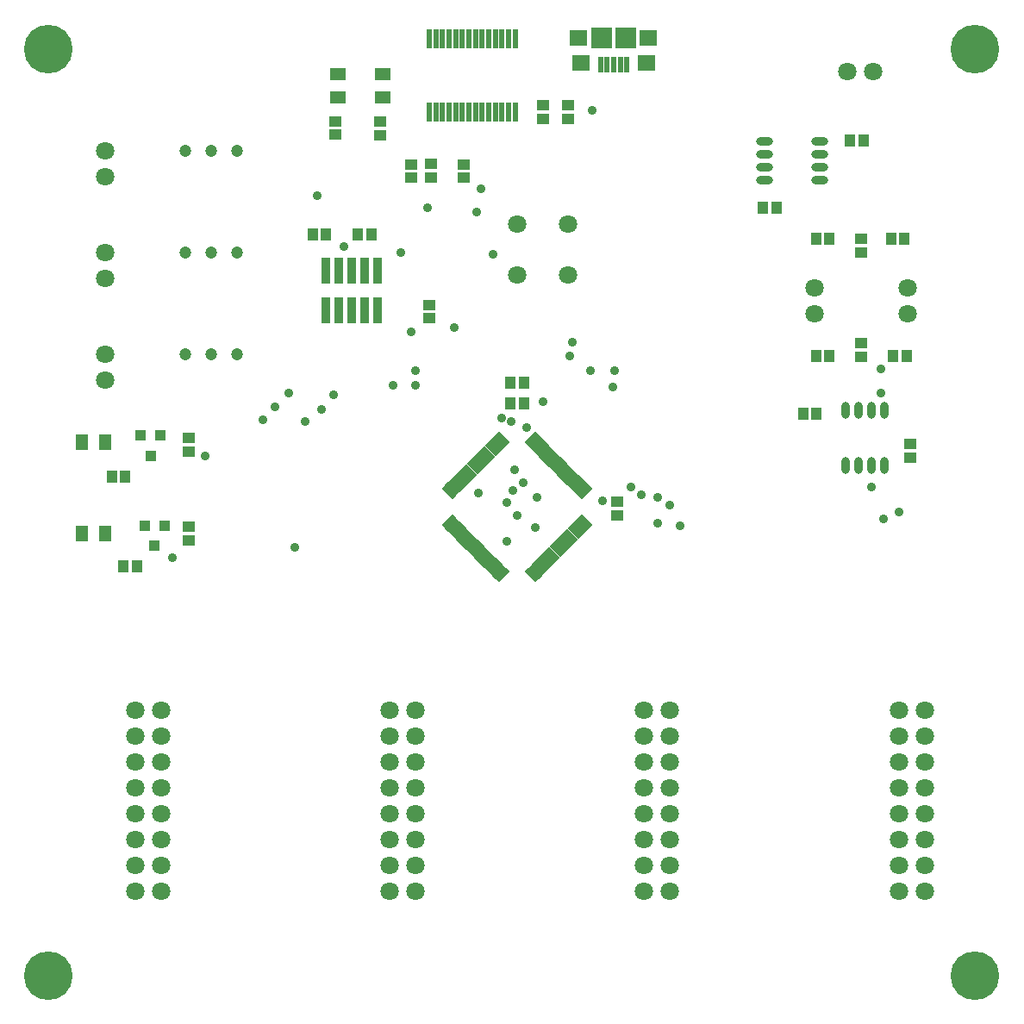
<source format=gts>
%FSLAX23Y23*%
%MOIN*%
%SFA1B1*%

%IPPOS*%
%AMD37*
4,1,4,0.028600,0.014600,0.014600,0.028600,-0.028600,-0.014600,-0.014600,-0.028600,0.028600,0.014600,0.0*
%
%AMD38*
4,1,4,-0.014600,0.028600,-0.028600,0.014600,0.014600,-0.028600,0.028600,-0.014600,-0.014600,0.028600,0.0*
%
%ADD35R,0.041470X0.045400*%
%ADD36R,0.045400X0.041470*%
G04~CAMADD=37~9~0.0~0.0~198.1~611.5~0.0~0.0~0~0.0~0.0~0.0~0.0~0~0.0~0.0~0.0~0.0~0~0.0~0.0~0.0~315.0~572.0~571.0*
%ADD37D37*%
G04~CAMADD=38~9~0.0~0.0~198.1~611.5~0.0~0.0~0~0.0~0.0~0.0~0.0~0~0.0~0.0~0.0~0.0~0~0.0~0.0~0.0~45.0~572.0~571.0*
%ADD38D38*%
%ADD39R,0.047370X0.043430*%
%ADD40R,0.019810X0.072960*%
%ADD41O,0.031620X0.065090*%
%ADD42O,0.065090X0.031620*%
%ADD43R,0.037920X0.102490*%
%ADD44R,0.039500X0.043430*%
%ADD45R,0.023750X0.061150*%
%ADD46R,0.070990X0.063120*%
%ADD47R,0.065090X0.059180*%
%ADD48R,0.082800X0.082800*%
%ADD49R,0.059180X0.051310*%
%ADD50R,0.051310X0.059180*%
%ADD51R,0.043430X0.047370*%
%ADD52C,0.070990*%
%ADD53C,0.047370*%
%ADD54C,0.188000*%
%ADD55C,0.035560*%
%LNdev_board_pcb-1*%
%LPD*%
G54D35*
X446Y1740D03*
X498D03*
X401Y2086D03*
X452D03*
X1179Y3023D03*
X1230D03*
X3076Y2330D03*
X3127D03*
X3423Y2551D03*
X3474D03*
X3124D03*
X3175D03*
X3309Y3385D03*
X3257D03*
X3415Y3007D03*
X3466D03*
X3124D03*
X3175D03*
G54D36*
X1763Y3242D03*
Y3293D03*
X1440Y3458D03*
Y3407D03*
X1267Y3460D03*
Y3409D03*
X1559Y3293D03*
Y3242D03*
X1629Y2698D03*
Y2750D03*
G54D37*
X2024Y2232D03*
X2038Y2219D03*
X2052Y2205D03*
X2065Y2191D03*
X2079Y2177D03*
X2093Y2163D03*
X2107Y2149D03*
X2121Y2135D03*
X2135Y2121D03*
X2149Y2107D03*
X2163Y2093D03*
X2177Y2079D03*
X2191Y2065D03*
X2205Y2052D03*
X2219Y2038D03*
X2232Y2024D03*
X1912Y1704D03*
X1898Y1717D03*
X1884Y1731D03*
X1871Y1745D03*
X1857Y1759D03*
X1843Y1773D03*
X1829Y1787D03*
X1815Y1801D03*
X1801Y1815D03*
X1787Y1829D03*
X1773Y1843D03*
X1759Y1857D03*
X1745Y1871D03*
X1731Y1884D03*
X1717Y1898D03*
X1704Y1912D03*
G54D38*
X2232Y1912D03*
X2219Y1898D03*
X2205Y1884D03*
X2191Y1871D03*
X2177Y1857D03*
X2163Y1843D03*
X2149Y1829D03*
X2135Y1815D03*
X2121Y1801D03*
X2107Y1787D03*
X2093Y1773D03*
X2079Y1759D03*
X2065Y1745D03*
X2052Y1731D03*
X2038Y1717D03*
X2024Y1704D03*
X1704Y2024D03*
X1717Y2038D03*
X1731Y2052D03*
X1745Y2065D03*
X1759Y2079D03*
X1773Y2093D03*
X1787Y2107D03*
X1801Y2121D03*
X1815Y2135D03*
X1829Y2149D03*
X1843Y2163D03*
X1857Y2177D03*
X1871Y2191D03*
X1884Y2205D03*
X1898Y2219D03*
X1912Y2232D03*
G54D39*
X2165Y3469D03*
Y3522D03*
X2070Y3469D03*
Y3522D03*
X2354Y1990D03*
Y1937D03*
X3299Y2548D03*
Y2601D03*
X3488Y2159D03*
Y2212D03*
X1637Y3241D03*
Y3294D03*
X3299Y3005D03*
Y2952D03*
X700Y2181D03*
Y2234D03*
Y1839D03*
Y1892D03*
G54D40*
X1628Y3495D03*
X1654D03*
X1680D03*
X1705D03*
X1731D03*
X1756D03*
X1782D03*
X1808D03*
X1833D03*
X1859D03*
X1884D03*
X1910D03*
X1936D03*
X1961D03*
X1628Y3780D03*
X1654D03*
X1680D03*
X1705D03*
X1731D03*
X1756D03*
X1782D03*
X1808D03*
X1833D03*
X1859D03*
X1884D03*
X1910D03*
X1936D03*
X1961D03*
G54D41*
X3389Y2343D03*
X3339D03*
X3289D03*
X3239D03*
X3389Y2128D03*
X3339D03*
X3289D03*
X3239D03*
G54D42*
X3138Y3232D03*
Y3282D03*
Y3332D03*
Y3382D03*
X2924Y3232D03*
Y3282D03*
Y3332D03*
Y3382D03*
G54D43*
X1230Y2728D03*
Y2881D03*
X1280Y2728D03*
Y2881D03*
X1330Y2728D03*
Y2881D03*
X1380Y2728D03*
Y2881D03*
X1430Y2728D03*
Y2881D03*
G54D44*
X551Y2165D03*
X513Y2244D03*
X588D03*
X566Y1818D03*
X529Y1897D03*
X604D03*
G54D45*
X2393Y3678D03*
X2368D03*
X2342D03*
X2316D03*
X2291D03*
G54D46*
X2468Y3687D03*
X2216D03*
G54D47*
X2477Y3783D03*
X2207D03*
G54D48*
X2389Y3783D03*
X2295D03*
G54D49*
X1448Y3553D03*
Y3643D03*
X1275D03*
Y3553D03*
G54D50*
X375Y2220D03*
X285D03*
X375Y1866D03*
X285D03*
G54D51*
X1941Y2370D03*
X1995D03*
X1941Y2448D03*
X1995D03*
X1404Y3023D03*
X1351D03*
X2971Y3125D03*
X2918D03*
G54D52*
X3346Y3653D03*
X3246D03*
X374Y3246D03*
Y3346D03*
Y2852D03*
Y2952D03*
Y2459D03*
Y2559D03*
X3118Y2816D03*
Y2716D03*
X3480Y2816D03*
Y2716D03*
X3544Y1181D03*
Y1081D03*
Y981D03*
Y881D03*
Y781D03*
Y681D03*
Y581D03*
Y481D03*
X3444D03*
Y581D03*
Y681D03*
Y781D03*
Y881D03*
Y981D03*
Y1081D03*
Y1181D03*
X2560D03*
Y1081D03*
Y981D03*
Y881D03*
Y781D03*
Y681D03*
Y581D03*
Y481D03*
X2460D03*
Y581D03*
Y681D03*
Y781D03*
Y881D03*
Y981D03*
Y1081D03*
Y1181D03*
X1576D03*
Y1081D03*
Y981D03*
Y881D03*
Y781D03*
Y681D03*
Y581D03*
Y481D03*
X1476D03*
Y581D03*
Y681D03*
Y781D03*
Y881D03*
Y981D03*
Y1081D03*
Y1181D03*
X592D03*
Y1081D03*
Y981D03*
Y881D03*
Y781D03*
Y681D03*
Y581D03*
Y481D03*
X492D03*
Y581D03*
Y681D03*
Y781D03*
Y881D03*
Y981D03*
Y1081D03*
Y1181D03*
X1968Y2866D03*
X2165D03*
X1968Y3062D03*
X2165D03*
G54D53*
X787Y2952D03*
X887D03*
X687D03*
X787Y2559D03*
X887D03*
X687D03*
X787Y3346D03*
X887D03*
X687D03*
G54D54*
X157Y157D03*
X3740D03*
Y3740D03*
X157D03*
G54D55*
X1196Y3173D03*
X1110Y1811D03*
X1818Y2023D03*
X2047Y2007D03*
X1519Y2952D03*
X1724Y2661D03*
X1811Y3110D03*
X1830Y3200D03*
X1559Y2645D03*
X1874Y2944D03*
X1299Y2976D03*
X1259Y2401D03*
X1086Y2409D03*
X1031Y2354D03*
X1212Y2346D03*
X984Y2307D03*
X1149Y2299D03*
X1929Y1984D03*
Y1834D03*
X2039Y1889D03*
X1488Y2440D03*
X1952Y2031D03*
X1992Y2062D03*
X1968Y1937D03*
X1574Y2440D03*
Y2496D03*
X1960Y2113D03*
X1622Y3125D03*
X1944Y2299D03*
X2007Y2274D03*
X1909Y2312D03*
X2511Y2007D03*
X2598Y1897D03*
X2559Y1976D03*
X2338Y2433D03*
X2346Y2496D03*
X2511Y1905D03*
X2251Y2496D03*
X2070Y2377D03*
X2409Y2047D03*
X2448Y2015D03*
X2173Y2551D03*
X2181Y2606D03*
X637Y1771D03*
X2259Y3503D03*
X3339Y2044D03*
X3377Y2503D03*
Y2409D03*
X2299Y1992D03*
X763Y2165D03*
X3385Y1921D03*
X3444Y1948D03*
M02*
</source>
